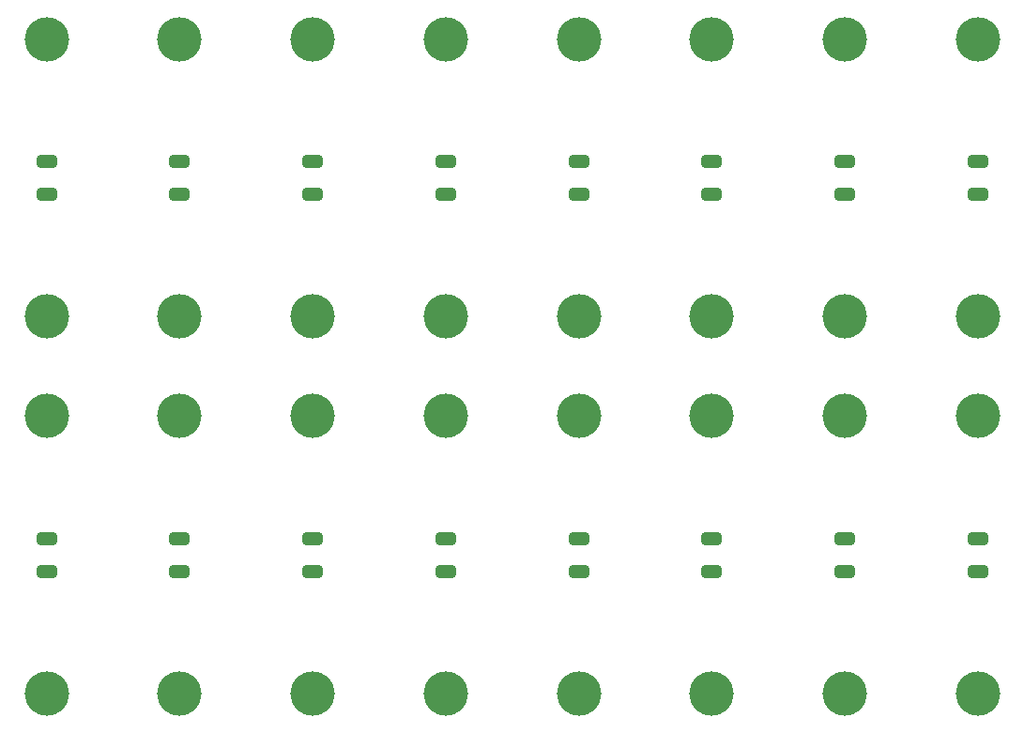
<source format=gbr>
%TF.GenerationSoftware,KiCad,Pcbnew,8.0.2*%
%TF.CreationDate,2024-06-26T18:14:25+07:00*%
%TF.ProjectId,capacitor_100nF_100V_Panel,63617061-6369-4746-9f72-5f3130306e46,rev?*%
%TF.SameCoordinates,Original*%
%TF.FileFunction,Soldermask,Top*%
%TF.FilePolarity,Negative*%
%FSLAX46Y46*%
G04 Gerber Fmt 4.6, Leading zero omitted, Abs format (unit mm)*
G04 Created by KiCad (PCBNEW 8.0.2) date 2024-06-26 18:14:25*
%MOMM*%
%LPD*%
G01*
G04 APERTURE LIST*
G04 Aperture macros list*
%AMRoundRect*
0 Rectangle with rounded corners*
0 $1 Rounding radius*
0 $2 $3 $4 $5 $6 $7 $8 $9 X,Y pos of 4 corners*
0 Add a 4 corners polygon primitive as box body*
4,1,4,$2,$3,$4,$5,$6,$7,$8,$9,$2,$3,0*
0 Add four circle primitives for the rounded corners*
1,1,$1+$1,$2,$3*
1,1,$1+$1,$4,$5*
1,1,$1+$1,$6,$7*
1,1,$1+$1,$8,$9*
0 Add four rect primitives between the rounded corners*
20,1,$1+$1,$2,$3,$4,$5,0*
20,1,$1+$1,$4,$5,$6,$7,0*
20,1,$1+$1,$6,$7,$8,$9,0*
20,1,$1+$1,$8,$9,$2,$3,0*%
G04 Aperture macros list end*
%ADD10C,4.000000*%
%ADD11RoundRect,0.250000X-0.650000X0.325000X-0.650000X-0.325000X0.650000X-0.325000X0.650000X0.325000X0*%
G04 APERTURE END LIST*
D10*
%TO.C,J2*%
X65000000Y-36500500D03*
%TD*%
D11*
%TO.C,C1*%
X77000000Y-56525500D03*
X77000000Y-59475500D03*
%TD*%
D10*
%TO.C,J1*%
X17000000Y-45500500D03*
%TD*%
D11*
%TO.C,C1*%
X65000000Y-56525500D03*
X65000000Y-59475500D03*
%TD*%
%TO.C,C1*%
X53000000Y-22525500D03*
X53000000Y-25475500D03*
%TD*%
%TO.C,C1*%
X17000000Y-22525500D03*
X17000000Y-25475500D03*
%TD*%
%TO.C,C1*%
X41000000Y-22525500D03*
X41000000Y-25475500D03*
%TD*%
D10*
%TO.C,J2*%
X53000000Y-70500500D03*
%TD*%
%TO.C,J1*%
X41000000Y-45500500D03*
%TD*%
%TO.C,J2*%
X41000000Y-70500500D03*
%TD*%
%TO.C,J2*%
X5000000Y-70500500D03*
%TD*%
%TO.C,J2*%
X5000000Y-36500500D03*
%TD*%
%TO.C,J2*%
X29000000Y-70500500D03*
%TD*%
%TO.C,J1*%
X65000000Y-45500500D03*
%TD*%
D11*
%TO.C,C1*%
X5000000Y-56525500D03*
X5000000Y-59475500D03*
%TD*%
D10*
%TO.C,J1*%
X53000000Y-11500500D03*
%TD*%
%TO.C,J2*%
X77000000Y-36500500D03*
%TD*%
%TO.C,J2*%
X65000000Y-70500500D03*
%TD*%
%TO.C,J2*%
X89000000Y-70500500D03*
%TD*%
%TO.C,J1*%
X77000000Y-11500500D03*
%TD*%
D11*
%TO.C,C1*%
X29000000Y-56525500D03*
X29000000Y-59475500D03*
%TD*%
D10*
%TO.C,J2*%
X17000000Y-70500500D03*
%TD*%
%TO.C,J1*%
X5000000Y-11500500D03*
%TD*%
%TO.C,J1*%
X41000000Y-11500500D03*
%TD*%
%TO.C,J1*%
X29000000Y-45500500D03*
%TD*%
D11*
%TO.C,C1*%
X41000000Y-56525500D03*
X41000000Y-59475500D03*
%TD*%
D10*
%TO.C,J1*%
X77000000Y-45500500D03*
%TD*%
%TO.C,J1*%
X29000000Y-11500500D03*
%TD*%
%TO.C,J2*%
X77000000Y-70500500D03*
%TD*%
%TO.C,J1*%
X65000000Y-11500500D03*
%TD*%
%TO.C,J2*%
X41000000Y-36500500D03*
%TD*%
%TO.C,J2*%
X29000000Y-36500500D03*
%TD*%
D11*
%TO.C,C1*%
X17000000Y-56525500D03*
X17000000Y-59475500D03*
%TD*%
%TO.C,C1*%
X65000000Y-22525500D03*
X65000000Y-25475500D03*
%TD*%
%TO.C,C1*%
X29000000Y-22525500D03*
X29000000Y-25475500D03*
%TD*%
%TO.C,C1*%
X77000000Y-22525500D03*
X77000000Y-25475500D03*
%TD*%
D10*
%TO.C,J1*%
X17000000Y-11500500D03*
%TD*%
%TO.C,J2*%
X53000000Y-36500500D03*
%TD*%
D11*
%TO.C,C1*%
X89000000Y-56525500D03*
X89000000Y-59475500D03*
%TD*%
D10*
%TO.C,J1*%
X53000000Y-45500500D03*
%TD*%
%TO.C,J1*%
X89000000Y-11500500D03*
%TD*%
%TO.C,J2*%
X17000000Y-36500500D03*
%TD*%
%TO.C,J2*%
X89000000Y-36500500D03*
%TD*%
D11*
%TO.C,C1*%
X5000000Y-22525500D03*
X5000000Y-25475500D03*
%TD*%
%TO.C,C1*%
X53000000Y-56525500D03*
X53000000Y-59475500D03*
%TD*%
%TO.C,C1*%
X89000000Y-22525500D03*
X89000000Y-25475500D03*
%TD*%
D10*
%TO.C,J1*%
X5000000Y-45500500D03*
%TD*%
%TO.C,J1*%
X89000000Y-45500500D03*
%TD*%
M02*

</source>
